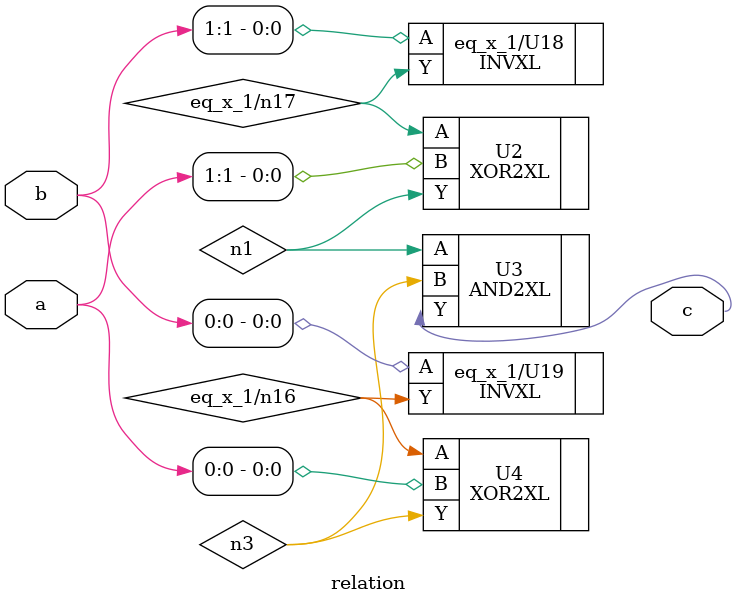
<source format=v>


module relation ( a, b, c );
  input [1:0] a;
  input [1:0] b;
  output [0:0] c;
  wire   \eq_x_1/n17 , \eq_x_1/n16 , n1, n3;

  INVXL \eq_x_1/U19  ( .A(b[0]), .Y(\eq_x_1/n16 ) );
  INVXL \eq_x_1/U18  ( .A(b[1]), .Y(\eq_x_1/n17 ) );
  XOR2XL U2 ( .A(\eq_x_1/n17 ), .B(a[1]), .Y(n1) );
  AND2XL U3 ( .A(n1), .B(n3), .Y(c[0]) );
  XOR2XL U4 ( .A(\eq_x_1/n16 ), .B(a[0]), .Y(n3) );
endmodule


</source>
